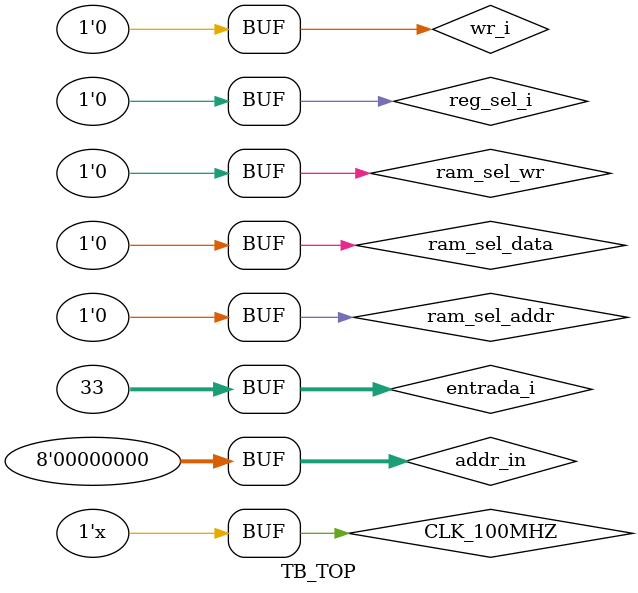
<source format=sv>
`timescale 1ns / 1ps

module TB_TOP();
    
    parameter PERIOD = 5;

    logic            CLK_100MHZ;
    logic            wr_i;
    logic            reg_sel_i;
    logic  [31:0]    entrada_i;
    logic  [7:0]     addr_in;
    logic            ram_sel_data;
    logic            ram_sel_addr;
    logic            ram_sel_wr;
      
    logic [31:0]    salida_o;
    
    always #PERIOD CLK_100MHZ=~CLK_100MHZ;
    
    TOP DUT_TOP
    (
        .CLK_100MHZ   (CLK_100MHZ),
        .wr_i           (wr_i),
        .reg_sel_i      (reg_sel_i),
        .entrada_i      (entrada_i),
        .addr_in        (addr_in),
        .ram_sel_data   (ram_sel_data),
        .ram_sel_addr   (ram_sel_addr),
        .ram_sel_wr     (ram_sel_wr),
        .salida_o       (salida_o)    
    );
    
    initial begin
        CLK_100MHZ    = 1'b1;
        #2395;
        
        
        wr_i            = 1'b1;
        reg_sel_i       = 1'b1;
        entrada_i       = 32'h000000AA;
        addr_in         = 8'b0000_0000;
        ram_sel_data    = 1'b1;
        ram_sel_addr    = 1'b1;
        ram_sel_wr      = 1'b1;
        #(PERIOD*20);
        
        wr_i            = 1'b1;
        reg_sel_i       = 1'b1;
        entrada_i       = 32'h000000BB; //1011_1011 => 0100_0100
        addr_in         = 8'b0000_0001;
        ram_sel_data    = 1'b1;
        ram_sel_addr    = 1'b1;
        ram_sel_wr      = 1'b1;
        #(PERIOD*20);
        
        wr_i            = 1'b1;
        reg_sel_i       = 1'b1;
        entrada_i       = 32'h000000CC; // 1100_1100 => 0011_0011
        addr_in         = 8'b0000_0010;
        ram_sel_data    = 1'b1;
        ram_sel_addr    = 1'b1;
        ram_sel_wr      = 1'b1;
        #(PERIOD*20);
        
        wr_i            = 1'b1;
        reg_sel_i       = 1'b0;
        entrada_i       = 32'b000000_0000000000_000_000000010_0_0_0_1;
        addr_in         = 8'b0000_0000;
        ram_sel_data    = 1'b0;
        ram_sel_addr    = 1'b0;
        ram_sel_wr      = 1'b0;
        #(PERIOD*20);
        
        wr_i            = 1'b0;
        #(PERIOD*20);
        
        #(PERIOD*20000);    
    
    end
    
endmodule
</source>
